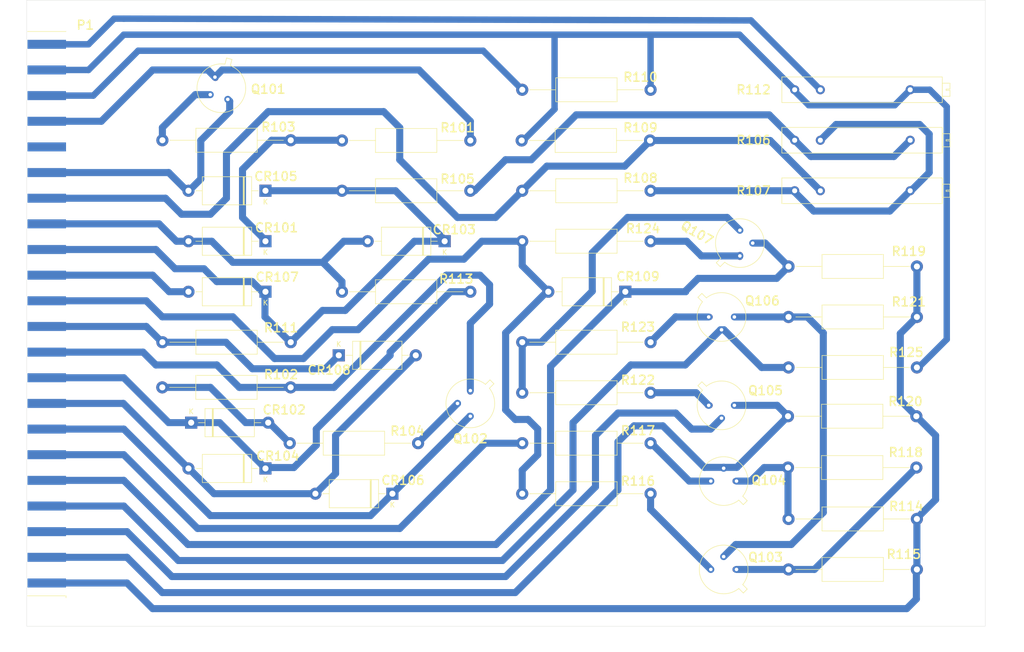
<source format=kicad_pcb>
(kicad_pcb (version 20240108) (generator "pcbnew") (generator_version "8.0")
  (layers (0 "F.Cu" signal) (31 "B.Cu" signal) (34 "B.Paste" user) (35 "F.Paste" user) (36 "B.SilkS" user "B.Silkscreen") (37 "F.SilkS" user "F.Silkscreen") (38 "B.Mask" user) (39 "F.Mask" user) (44 "Edge.Cuts" user))
  (net 0 "")
  (net 1 "NET7")
  (net 2 "/NET25")
  (net 3 "NET13")
  (net 4 "NET8")
  (net 5 "NET14")
  (net 6 "NET5")
  (net 7 "NET15")
  (net 8 "NET9")
  (net 9 "NET11")
  (net 10 "NET17")
  (net 11 "NET10")
  (net 12 "NET12")
  (net 13 "NET19")
  (net 14 "NET21")
  (net 15 "NET2")
  (net 16 "NET4")
  (net 17 "NET1")
  (net 18 "NET3")
  (net 19 "NET6")
  (net 20 "NET20")
  (net 22 "NET16")
  (net 23 "/NET26")
  (net 24 "/NET22")
  (net 25 "/NET27")
  (net 26 "/NET23")
  (net 27 "/NET24")
  (net 28 "/NET34")
  (net 29 "/NET36")
  (net 30 "/NET35")
  (net 31 "/NET32")
  (net 32 "/NET33")
  (net 33 "/NET31")
  (net 34 "/NET28")
  (net 35 "/NET30")
  (net 36 "/NET29")
  (net 37 "NET18")
  (footprint "Resistor_THT:R_Axial_DIN0414_L11.9mm_D4.5mm_P25.40mm_Horizontal" (layer "F.Cu") (at 228.71 152.5 180)
    (property "Reference" "R116" (at 2.5 2.5 0) (layer "F.SilkS") (effects (font (size 1.75 1.75) (thickness 0.3))))
    (property "Value" "250")
    (pad "1" thru_hole circle (at 0 0 180) (size 2.4 2.4) (drill 1.2) (layers "*.Cu" "*.Mask") (net 30 "/NET35"))
    (pad "2" thru_hole oval (at 25.4 0 180) (size 2.4 2.4) (drill 1.2) (layers "*.Cu" "*.Mask") (net 11 "NET10"))
  )
  (footprint "Diode_THT:D_DO-27_P15.24mm_Horizontal" (layer "F.Cu") (at 152.5 112.5 180)
    (property "Reference" "CR107" (at -2.313 2.899 0) (layer "F.SilkS") (effects (font (size 1.75 1.75) (thickness 0.3))))
    (property "Value" "1N4003")
    (fp_text user "K" (at 0 -2.2 0) (layer "F.SilkS"))
    (pad "1" thru_hole rect (at 0 0 180) (size 2.4 2.4) (drill 1.2) (layers "*.Cu" "*.Mask") (net 4 "NET8"))
    (pad "2" thru_hole oval (at 15.24 0 180) (size 2.4 2.4) (drill 1.2) (layers "*.Cu" "*.Mask") (net 8 "NET9"))
  )
  (footprint ".stumbler:Potentiometer_Bourns_224P" (layer "F.Cu") (at 262.304 92.5)
    (property "Reference" "R107" (at -13.22 0 0) (layer "F.SilkS") (effects (font (size 1.75 1.75) (thickness 0.3))))
    (property "Value" "100")
    (pad "1" thru_hole circle (at 0 0) (size 1.8 1.8) (drill 1) (layers "*.Cu" "*.Mask") (net 19 "NET6"))
    (pad "2" thru_hole circle (at -5.08 0) (size 1.8 1.8) (drill 1) (layers "*.Cu" "*.Mask") (net 27 "/NET24"))
    (pad "3" thru_hole circle (at 17.78 0) (size 1.8 1.8) (drill 1) (layers "*.Cu" "*.Mask") (net 27 "/NET24"))
  )
  (footprint "Resistor_THT:R_Axial_DIN0414_L11.9mm_D4.5mm_P25.40mm_Horizontal" (layer "F.Cu") (at 228.6 82.55 180)
    (property "Reference" "R109" (at 1.905 2.54 0) (layer "F.SilkS") (effects (font (size 1.73 1.75) (thickness 0.3) (bold yes))))
    (property "Value" "2500 1%")
    (pad "1" thru_hole circle (at 0 0 180) (size 2.4 2.4) (drill 1.2) (layers "*.Cu" "*.Mask") (net 19 "NET6"))
    (pad "2" thru_hole oval (at 25.4 0 180) (size 2.4 2.4) (drill 1.2) (layers "*.Cu" "*.Mask") (net 15 "NET2"))
  )
  (footprint "Diode_THT:D_DO-27_P15.24mm_Horizontal" (layer "F.Cu") (at 187.96 102.5 180)
    (property "Reference" "CR103" (at -1.905 2.297 0) (layer "F.SilkS") (effects (font (size 1.75 1.75) (thickness 0.3))))
    (property "Value" "1N458")
    (fp_text user "K" (at 0 -2.2 0) (layer "F.SilkS"))
    (pad "1" thru_hole rect (at 0 0 180) (size 2.4 2.4) (drill 1.2) (layers "*.Cu" "*.Mask") (net 4 "NET8"))
    (pad "2" thru_hole oval (at 15.24 0 180) (size 2.4 2.4) (drill 1.2) (layers "*.Cu" "*.Mask") (net 1 "NET7"))
  )
  (footprint "Resistor_THT:R_Axial_DIN0414_L11.9mm_D4.5mm_P25.40mm_Horizontal" (layer "F.Cu") (at 281.41 107.5 180)
    (property "Reference" "R119" (at 1.6 3 0) (layer "F.SilkS") (effects (font (size 1.75 1.75) (thickness 0.3))))
    (property "Value" "1.5K")
    (pad "1" thru_hole circle (at 0 0 180) (size 2.4 2.4) (drill 1.2) (layers "*.Cu" "*.Mask") (net 14 "NET21"))
    (pad "2" thru_hole oval (at 25.4 0 180) (size 2.4 2.4) (drill 1.2) (layers "*.Cu" "*.Mask") (net 10 "NET17"))
  )
  (footprint "Resistor_THT:R_Axial_DIN0414_L11.9mm_D4.5mm_P25.40mm_Horizontal" (layer "F.Cu") (at 281.41 117.5 180)
    (property "Reference" "R121" (at 1.6 3 0) (layer "F.SilkS") (effects (font (size 1.75 1.75) (thickness 0.3))))
    (property "Value" "2.5K 3%")
    (pad "1" thru_hole circle (at 0 0 180) (size 2.4 2.4) (drill 1.2) (layers "*.Cu" "*.Mask") (net 14 "NET21"))
    (pad "2" thru_hole oval (at 25.4 0 180) (size 2.4 2.4) (drill 1.2) (layers "*.Cu" "*.Mask") (net 32 "/NET33"))
  )
  (footprint "Resistor_THT:R_Axial_DIN0414_L11.9mm_D4.5mm_P25.40mm_Horizontal" (layer "F.Cu") (at 281.41 167.5 180)
    (property "Reference" "R115" (at 2.6 3 0) (layer "F.SilkS") (effects (font (size 1.75 1.75) (thickness 0.3))))
    (property "Value" "150")
    (pad "1" thru_hole circle (at 0 0 180) (size 2.4 2.4) (drill 1.2) (layers "*.Cu" "*.Mask") (net 14 "NET21"))
    (pad "2" thru_hole oval (at 25.4 0 180) (size 2.4 2.4) (drill 1.2) (layers "*.Cu" "*.Mask") (net 29 "/NET36"))
  )
  (footprint "Resistor_THT:R_Axial_DIN0414_L11.9mm_D4.5mm_P25.40mm_Horizontal" (layer "F.Cu") (at 281.41 127.5 180)
    (property "Reference" "R125" (at 2.1 3 0) (layer "F.SilkS") (effects (font (size 1.75 1.75) (thickness 0.3))))
    (property "Value" "0.1?")
    (pad "1" thru_hole circle (at 0 0 180) (size 2.4 2.4) (drill 1.2) (layers "*.Cu" "*.Mask") (net 15 "NET2"))
    (pad "2" thru_hole oval (at 25.4 0 180) (size 2.4 2.4) (drill 1.2) (layers "*.Cu" "*.Mask") (net 37 "NET18"))
  )
  (footprint "Resistor_THT:R_Axial_DIN0414_L11.9mm_D4.5mm_P25.40mm_Horizontal" (layer "F.Cu") (at 157.48 131.445 180)
    (property "Reference" "R102" (at 1.905 2.54 0) (layer "F.SilkS") (effects (font (size 1.75 1.75) (thickness 0.3) (bold yes))))
    (property "Value" "1000")
    (pad "1" thru_hole circle (at 0 0 180) (size 2.4 2.4) (drill 1.2) (layers "*.Cu" "*.Mask") (net 12 "NET12"))
    (pad "2" thru_hole oval (at 25.4 0 180) (size 2.4 2.4) (drill 1.2) (layers "*.Cu" "*.Mask") (net 23 "/NET26"))
  )
  (footprint "Diode_THT:D_DO-27_P15.24mm_Horizontal" (layer "F.Cu") (at 177.62 152.5 180)
    (property "Reference" "CR106" (at -2.085 2.64 0) (layer "F.SilkS") (effects (font (size 1.75 1.75) (thickness 0.3))))
    (property "Value" "1N4003")
    (fp_text user "K" (at 0 -2.2 0) (layer "F.SilkS"))
    (pad "1" thru_hole rect (at 0 0 180) (size 2.4 2.4) (drill 1.2) (layers "*.Cu" "*.Mask") (net 7 "NET15"))
    (pad "2" thru_hole oval (at 15.24 0 180) (size 2.4 2.4) (drill 1.2) (layers "*.Cu" "*.Mask") (net 5 "NET14"))
  )
  (footprint "Resistor_THT:R_Axial_DIN0414_L11.9mm_D4.5mm_P25.40mm_Horizontal" (layer "F.Cu") (at 157.5 82.5 180)
    (property "Reference" "R103" (at 2.433 2.617 0) (layer "F.SilkS") (effects (font (size 1.75 1.75) (thickness 0.3) (bold yes))))
    (property "Value" "2000")
    (pad "1" thru_hole circle (at 0 0 180) (size 2.4 2.4) (drill 1.2) (layers "*.Cu" "*.Mask") (net 2 "/NET25"))
    (pad "2" thru_hole oval (at 25.4 0 180) (size 2.4 2.4) (drill 1.2) (layers "*.Cu" "*.Mask") (net 24 "/NET22"))
  )
  (footprint "Package_TO_SOT_THT:TO-5-3" (layer "F.Cu") (at 240.21 117.5)
    (property "Reference" "Q106" (at 10.615 -3.2 0) (layer "F.SilkS") (effects (font (size 1.75 1.75) (thickness 0.3))))
    (property "Value" "2N697")
    (pad "1" thru_hole oval (at 0 0) (size 1.6 1.2) (drill 0.7) (layers "*.Cu" "*.Mask") (net 35 "/NET30"))
    (pad "2" thru_hole oval (at 2.54 2.54) (size 1.2 1.2) (drill 0.7) (layers "*.Cu" "*.Mask") (net 37 "NET18"))
    (pad "3" thru_hole oval (at 5.08 0) (size 1.2 1.2) (drill 0.7) (layers "*.Cu" "*.Mask") (net 32 "/NET33"))
  )
  (footprint "Resistor_THT:R_Axial_DIN0414_L11.9mm_D4.5mm_P25.40mm_Horizontal" (layer "F.Cu") (at 281.41 157.5 180)
    (property "Reference" "R114" (at 2.1 2.5 0) (layer "F.SilkS") (effects (font (size 1.75 1.75) (thickness 0.3))))
    (property "Value" "150")
    (pad "1" thru_hole circle (at 0 0 180) (size 2.4 2.4) (drill 1.2) (layers "*.Cu" "*.Mask") (net 14 "NET21"))
    (pad "2" thru_hole oval (at 25.4 0 180) (size 2.4 2.4) (drill 1.2) (layers "*.Cu" "*.Mask") (net 28 "/NET34"))
  )
  (footprint "Diode_THT:D_DO-27_P15.24mm_Horizontal" (layer "F.Cu") (at 167.005 125.095)
    (property "Reference" "CR108" (at -1.905 2.921 0) (layer "F.SilkS") (effects (font (size 1.75 1.75) (thickness 0.3))))
    (property "Value" "1N2625")
    (fp_text user "K" (at 0 -2.2 0) (layer "F.SilkS"))
    (pad "1" thru_hole rect (at 0 0) (size 2.4 2.4) (drill 1.2) (layers "*.Cu" "*.Mask") (net 9 "NET11"))
    (pad "2" thru_hole oval (at 15.24 0) (size 2.4 2.4) (drill 1.2) (layers "*.Cu" "*.Mask") (net 5 "NET14"))
  )
  (footprint "Resistor_THT:R_Axial_DIN0414_L11.9mm_D4.5mm_P25.40mm_Horizontal" (layer "F.Cu") (at 228.71 72.5 180)
    (property "Reference" "R110" (at 2 2.5 0) (layer "F.SilkS") (effects (font (size 1.75 1.75) (thickness 0.3))))
    (property "Value" "500 1%")
    (pad "1" thru_hole circle (at 0 0 180) (size 2.4 2.4) (drill 1.2) (layers "*.Cu" "*.Mask") (net 15 "NET2"))
    (pad "2" thru_hole oval (at 25.4 0 180) (size 2.4 2.4) (drill 1.2) (layers "*.Cu" "*.Mask") (net 18 "NET3"))
  )
  (footprint "Package_TO_SOT_THT:TO-5-3" (layer "F.Cu") (at 193.04 132.08 -90)
    (property "Reference" "Q102" (at 9.525 0 180) (layer "F.SilkS") (effects (font (size 1.75 1.75) (thickness 0.3))))
    (property "Value" "2N1304")
    (pad "1" thru_hole oval (at 0 0 270) (size 1.6 1.2) (drill 0.7) (layers "*.Cu" "*.Mask") (net 12 "NET12"))
    (pad "2" thru_hole oval (at 2.54 2.54 270) (size 1.2 1.2) (drill 0.7) (layers "*.Cu" "*.Mask") (net 25 "/NET27"))
    (pad "3" thru_hole oval (at 5.08 0 270) (size 1.2 1.2) (drill 0.7) (layers "*.Cu" "*.Mask") (net 7 "NET15"))
  )
  (footprint "Package_TO_SOT_THT:TO-5-3" (layer "F.Cu") (at 245.71 150 180)
    (property "Reference" "Q104" (at -6.385 0.14 0) (layer "F.SilkS") (effects (font (size 1.75 1.75) (thickness 0.3))))
    (property "Value" "2N1038")
    (pad "1" thru_hole oval (at 0 0 180) (size 1.6 1.2) (drill 0.7) (layers "*.Cu" "*.Mask") (net 28 "/NET34"))
    (pad "2" thru_hole oval (at 2.54 2.54 180) (size 1.2 1.2) (drill 0.7) (layers "*.Cu" "*.Mask") (net 20 "NET20"))
    (pad "3" thru_hole oval (at 5.08 0 180) (size 1.2 1.2) (drill 0.7) (layers "*.Cu" "*.Mask") (net 31 "/NET32"))
  )
  (footprint "Package_TO_SOT_THT:TO-5-3" (layer "F.Cu") (at 245.71 167.5 180)
    (property "Reference" "Q103" (at -5.75 2.4 0) (layer "F.SilkS") (effects (font (size 1.75 1.75) (thickness 0.3))))
    (property "Value" "2N1038")
    (pad "1" thru_hole oval (at 0 0 180) (size 1.6 1.2) (drill 0.7) (layers "*.Cu" "*.Mask") (net 29 "/NET36"))
    (pad "2" thru_hole oval (at 2.54 2.54 180) (size 1.2 1.2) (drill 0.7) (layers "*.Cu" "*.Mask") (net 32 "/NET33"))
    (pad "3" thru_hole oval (at 5.08 0 180) (size 1.2 1.2) (drill 0.7) (layers "*.Cu" "*.Mask") (net 30 "/NET35"))
  )
  (footprint ".stumbler:Potentiometer_Bourns_224P" (layer "F.Cu") (at 262.304 72.5)
    (property "Reference" "R112" (at -13.22 0 0) (layer "F.SilkS") (effects (font (size 1.75 1.75) (thickness 0.3))))
    (property "Value" "10")
    (pad "1" thru_hole circle (at 0 0) (size 1.8 1.8) (drill 1) (layers "*.Cu" "*.Mask") (net 17 "NET1"))
    (pad "2" thru_hole circle (at -5.08 0) (size 1.8 1.8) (drill 1) (layers "*.Cu" "*.Mask") (net 15 "NET2"))
    (pad "3" thru_hole circle (at 17.78 0) (size 1.8 1.8) (drill 1) (layers "*.Cu" "*.Mask") (net 15 "NET2"))
  )
  (footprint "Package_TO_SOT_THT:TO-5-3" (layer "F.Cu") (at 240.21 135)
    (property "Reference" "Q105" (at 11.25 -2.92 0) (layer "F.SilkS") (effects (font (size 1.75 1.75) (thickness 0.3))))
    (property "Value" "2N697")
    (pad "1" thru_hole oval (at 0 0) (size 1.6 1.2) (drill 0.7) (layers "*.Cu" "*.Mask") (net 33 "/NET31"))
    (pad "2" thru_hole oval (at 2.54 2.54) (size 1.2 1.2) (drill 0.7) (layers "*.Cu" "*.Mask") (net 13 "NET19"))
    (pad "3" thru_hole oval (at 5.08 0) (size 1.2 1.2) (drill 0.7) (layers "*.Cu" "*.Mask") (net 20 "NET20"))
  )
  (footprint "Resistor_THT:R_Axial_DIN0414_L11.9mm_D4.5mm_P25.40mm_Horizontal" (layer "F.Cu") (at 182.7 142.5 180)
    (property "Reference" "R104" (at 2.106 2.419 0) (layer "F.SilkS") (effects (font (size 1.75 1.75) (thickness 0.3))))
    (property "Value" "2000")
    (pad "1" thru_hole circle (at 0 0 180) (size 2.4 2.4) (drill 1.2) (layers "*.Cu" "*.Mask") (net 25 "/NET27"))
    (pad "2" thru_hole oval (at 25.4 0 180) (size 2.4 2.4) (drill 1.2) (layers "*.Cu" "*.Mask") (net 23 "/NET26"))
  )
  (footprint "Package_TO_SOT_THT:TO-5-3" (layer "F.Cu") (at 142.5 70 -60)
    (property "Reference" "Q101" (at 7.337301 -7.928578 180) (layer "F.SilkS") (effects (font (size 1.75 1.75) (thickness 0.3))))
    (property "Value" "2N1305")
    (pad "1" thru_hole oval (at 0 0 300) (size 1.6 1.2) (drill 0.7) (layers "*.Cu" "*.Mask") (net 16 "NET4"))
    (pad "2" thru_hole oval (at 2.54 2.540001 300) (size 1.2 1.2) (drill 0.7) (layers "*.Cu" "*.Mask") (net 24 "/NET22"))
    (pad "3" thru_hole oval (at 5.08 0 300) (size 1.2 1.2) (drill 0.7) (layers "*.Cu" "*.Mask") (net 6 "NET5"))
  )
  (footprint "Resistor_THT:R_Axial_DIN0414_L11.9mm_D4.5mm_P25.40mm_Horizontal" (layer "F.Cu") (at 228.71 122.5 180)
    (property "Reference" "R123" (at 2.5 3 0) (layer "F.SilkS") (effects (font (size 1.75 1.75) (thickness 0.3))))
    (property "Value" "10")
    (pad "1" thru_hole circle (at 0 0 180) (size 2.4 2.4) (drill 1.2) (layers "*.Cu" "*.Mask") (net 35 "/NET30"))
    (pad "2" thru_hole oval (at 25.4 0 180) (size 2.4 2.4) (drill 1.2) (layers "*.Cu" "*.Mask") (net 34 "/NET28"))
  )
  (footprint "Resistor_THT:R_Axial_DIN0414_L11.9mm_D4.5mm_P25.40mm_Horizontal" (layer "F.Cu") (at 228.71 132.5 180)
    (property "Reference" "R122" (at 2.5 2.5 0) (layer "F.SilkS") (effects (font (size 1.75 1.75) (thickness 0.3))))
    (property "Value" "50")
    (pad "1" thru_hole circle (at 0 0 180) (size 2.4 2.4) (drill 1.2) (layers "*.Cu" "*.Mask") (net 33 "/NET31"))
    (pad "2" thru_hole oval (at 25.4 0 180) (size 2.4 2.4) (drill 1.2) (layers "*.Cu" "*.Mask") (net 34 "/NET28"))
  )
  (footprint "Resistor_THT:R_Axial_DIN0414_L11.9mm_D4.5mm_P25.40mm_Horizontal" (layer "F.Cu") (at 193.04 92.5 180)
    (property "Reference" "R105" (at 2.54 2.33 0) (layer "F.SilkS") (effects (font (size 1.75 1.75) (thickness 0.3))))
    (property "Value" "450 1%")
    (pad "1" thru_hole circle (at 0 0 180) (size 2.4 2.4) (drill 1.2) (layers "*.Cu" "*.Mask") (net 26 "/NET23"))
    (pad "2" thru_hole oval (at 25.4 0 180) (size 2.4 2.4) (drill 1.2) (layers "*.Cu" "*.Mask") (net 4 "NET8"))
  )
  (footprint ".stumbler:Potentiometer_Bourns_224P" (layer "F.Cu") (at 262.304 82.5)
    (property "Reference" "R106" (at -13.22 0 0) (layer "F.SilkS") (effects (font (size 1.75 1.75) (thickness 0.3))))
    (property "Value" "500")
    (pad "1" thru_hole circle (at 0 0) (size 1.8 1.8) (drill 1) (layers "*.Cu" "*.Mask") (net 27 "/NET24"))
    (pad "2" thru_hole circle (at -5.08 0) (size 1.8 1.8) (drill 1) (layers "*.Cu" "*.Mask") (net 26 "/NET23"))
    (pad "3" thru_hole circle (at 17.78 0) (size 1.8 1.8) (drill 1) (layers "*.Cu" "*.Mask") (net 26 "/NET23"))
  )
  (footprint "Diode_THT:D_DO-27_P15.24mm_Horizontal" (layer "F.Cu") (at 137.795 138.43)
    (property "Reference" "CR102" (at 18.415 -2.54 0) (layer "F.SilkS") (effects (font (size 1.75 1.75) (thickness 0.3))))
    (property "Value" "1N754A")
    (fp_text user "K" (at 0 -2.2 0) (layer "F.SilkS"))
    (pad "1" thru_hole rect (at 0 0) (size 2.4 2.4) (drill 1.2) (layers "*.Cu" "*.Mask") (net 3 "NET13"))
    (pad "2" thru_hole oval (at 15.24 0) (size 2.4 2.4) (drill 1.2) (layers "*.Cu" "*.Mask") (net 23 "/NET26"))
  )
  (footprint "Resistor_THT:R_Axial_DIN0414_L11.9mm_D4.5mm_P25.40mm_Horizontal" (layer "F.Cu") (at 228.71 142.5 180)
    (property "Reference" "R117" (at 2.5 2.5 0) (layer "F.SilkS") (effects (font (size 1.75 1.75) (thickness 0.3))))
    (property "Value" "250")
    (pad "1" thru_hole circle (at 0 0 180) (size 2.4 2.4) (drill 1.2) (layers "*.Cu" "*.Mask") (net 31 "/NET32"))
    (pad "2" thru_hole oval (at 25.4 0 180) (size 2.4 2.4) (drill 1.2) (layers "*.Cu" "*.Mask") (net 22 "NET16"))
  )
  (footprint "Resistor_THT:R_Axial_DIN0414_L11.9mm_D4.5mm_P25.40mm_Horizontal" (layer "F.Cu") (at 281.305 147.32 180)
    (property "Reference" "R118" (at 2.1 3 0) (layer "F.SilkS") (effects (font (size 1.75 1.75) (thickness 0.3))))
    (property "Value" "10")
    (pad "1" thru_hole circle (at 0 0 180) (size 2.4 2.4) (drill 1.2) (layers "*.Cu" "*.Mask") (net 29 "/NET36"))
    (pad "2" thru_hole oval (at 25.4 0 180) (size 2.4 2.4) (drill 1.2) (layers "*.Cu" "*.Mask") (net 28 "/NET34"))
  )
  (footprint "Resistor_THT:R_Axial_DIN0414_L11.9mm_D4.5mm_P25.40mm_Horizontal" (layer "F.Cu") (at 281.305 137.16 180)
    (property "Reference" "R120" (at 2.159 2.921 0) (layer "F.SilkS") (effects (font (size 1.75 1.75) (thickness 0.3))))
    (property "Value" "2.5K 3%")
    (pad "1" thru_hole circle (at 0 0 180) (size 2.4 2.4) (drill 1.2) (layers "*.Cu" "*.Mask") (net 14 "NET21"))
    (pad "2" thru_hole oval (at 25.4 0 180) (size 2.4 2.4) (drill 1.2) (layers "*.Cu" "*.Mask") (net 20 "NET20"))
  )
  (footprint "Resistor_THT:R_Axial_DIN0414_L11.9mm_D4.5mm_P25.40mm_Horizontal" (layer "F.Cu") (at 193.04 82.55 180)
    (property "Reference" "R101" (at 2.54 2.54 0) (layer "F.SilkS") (effects (font (size 1.75 1.75) (thickness 0.3) (bold yes))))
    (property "Value" "1000")
    (pad "1" thru_hole circle (at 0 0 180) (size 2.4 2.4) (drill 1.2) (layers "*.Cu" "*.Mask") (net 16 "NET4"))
    (pad "2" thru_hole oval (at 25.4 0 180) (size 2.4 2.4) (drill 1.2) (layers "*.Cu" "*.Mask") (net 2 "/NET25"))
  )
  (footprint "Diode_THT:D_DO-27_P15.24mm_Horizontal" (layer "F.Cu") (at 223.71 112.5 180)
    (property "Reference" "CR109" (at -2.5 3 0) (layer "F.SilkS") (effects (font (size 1.75 1.75) (thickness 0.3))))
    (property "Value" "1N754A")
    (fp_text user "K" (at 0 -2.2 0) (layer "F.SilkS"))
    (pad "1" thru_hole rect (at 0 0 180) (size 2.4 2.4) (drill 1.2) (layers "*.Cu" "*.Mask") (net 10 "NET17"))
    (pad "2" thru_hole oval (at 15.24 0 180) (size 2.4 2.4) (drill 1.2) (layers "*.Cu" "*.Mask") (net 11 "NET10"))
  )
  (footprint ".stumbler:EDGE_22_SINGLE_p0.156" (layer "F.Cu") (at 113.03 60.96 -90)
    (property "Reference" "P1" (at -1.27 -3.81 180) (layer "F.SilkS") (effects (font (size 1.75 1.75) (thickness 0.3))))
    (property "Value" "IO_PLUG_M22")
    (pad "1" connect rect (at 2.54 3.81 90) (size 1.78 7.62) (layers "B.Cu" "B.Mask") (net 17 "NET1"))
    (pad "2" connect rect (at 7.62 3.81 90) (size 1.78 7.62) (layers "B.Cu" "B.Mask") (net 15 "NET2"))
    (pad "3" connect rect (at 12.7 3.81 90) (size 1.78 7.62) (layers "B.Cu" "B.Mask") (net 18 "NET3"))
    (pad "4" connect rect (at 17.78 3.81 90) (size 1.78 7.62) (layers "B.Cu" "B.Mask") (net 16 "NET4"))
    (pad "5" connect rect (at 22.86 3.81 90) (size 1.78 7.62) (layers "B.Cu" "B.Mask"))
    (pad "6" connect rect (at 27.94 3.81 90) (size 1.78 7.62) (layers "B.Cu" "B.Mask") (net 6 "NET5"))
    (pad "7" connect rect (at 33.02 3.81 90) (size 1.78 7.62) (layers "B.Cu" "B.Mask") (net 19 "NET6"))
    (pad "8" connect rect (at 38.1 3.81 90) (size 1.78 7.62) (layers "B.Cu" "B.Mask") (net 1 "NET7"))
    (pad "9" connect rect (at 43.18 3.81 90) (size 1.78 7.62) (layers "B.Cu" "B.Mask") (net 4 "NET8"))
    (pad "10" connect rect (at 48.26 3.81 90) (size 1.78 7.62) (layers "B.Cu" "B.Mask") (net 8 "NET9"))
    (pad "11" connect rect (at 53.34 3.81 90) (size 1.78 7.62) (layers "B.Cu" "B.Mask") (net 11 "NET10"))
    (pad "12" connect rect (at 58.42 3.81 90) (size 1.78 7.62) (layers "B.Cu" "B.Mask") (net 9 "NET11"))
    (pad "13" connect rect (at 63.5 3.81 90) (size 1.78 7.62) (layers "B.Cu" "B.Mask") (net 12 "NET12"))
    (pad "14" connect rect (at 68.58 3.81 90) (size 1.78 7.62) (layers "B.Cu" "B.Mask") (net 3 "NET13"))
    (pad "15" connect rect (at 73.66 3.81 90) (size 1.78 7.62) (layers "B.Cu" "B.Mask") (net 5 "NET14"))
    (pad "16" connect rect (at 78.74 3.81 90) (size 1.78 7.62) (layers "B.Cu" "B.Mask") (net 7 "NET15"))
    (pad "17" connect rect (at 83.82 3.81 90) (size 1.78 7.62) (layers "B.Cu" "B.Mask") (net 22 "NET16"))
    (pad "18" connect rect (at 88.9 3.81 90) (size 1.78 7.62) (layers "B.Cu" "B.Mask") (net 10 "NET17"))
    (pad "19" connect rect (at 93.98 3.81 90) (size 1.78 7.62) (layers "B.Cu" "B.Mask") (net 37 "NET18"))
    (pad "20" connect rect (at 99.06 3.81 90) (size 1.78 7.62) (layers "B.Cu" "B.Mask") (net 13 "NET19"))
    (pad "21" connect rect (at 104.14 3.81 90) (size 1.78 7.62) (layers "B.Cu" "B.Mask") (net 20 "NET20"))
    (pad "22" connect rect (at 109.22 3.81 90) (size 1.78 7.62) (layers "B.Cu" "B.Mask") (net 14 "NET21"))
  )
  (footprint "Diode_THT:D_DO-27_P15.24mm_Horizontal" (layer "F.Cu") (at 152.5 102.5 180)
    (property "Reference" "CR101" (at -2.186 2.678 0) (layer "F.SilkS") (effects (font (size 1.75 1.75) (thickness 0.3))))
    (property "Value" "1N754A")
    (fp_text user "K" (at 0 -2.2 0) (layer "F.SilkS"))
    (pad "1" thru_hole rect (at 0 0 180) (size 2.4 2.4) (drill 1.2) (layers "*.Cu" "*.Mask") (net 2 "/NET25"))
    (pad "2" thru_hole oval (at 15.24 0 180) (size 2.4 2.4) (drill 1.2) (layers "*.Cu" "*.Mask") (net 1 "NET7"))
  )
  (footprint "Resistor_THT:R_Axial_DIN0414_L11.9mm_D4.5mm_P25.40mm_Horizontal" (layer "F.Cu") (at 157.5 122.5 180)
    (property "Reference" "R111" (at 1.925 2.866 0) (layer "F.SilkS") (effects (font (size 1.75 1.75) (thickness 0.3))))
    (property "Value" "1500")
    (pad "1" thru_hole circle (at 0 0 180) (size 2.4 2.4) (drill 1.2) (layers "*.Cu" "*.Mask") (net 4 "NET8"))
    (pad "2" thru_hole oval (at 25.4 0 180) (size 2.4 2.4) (drill 1.2) (layers "*.Cu" "*.Mask") (net 9 "NET11"))
  )
  (footprint "Resistor_THT:R_Axial_DIN0414_L11.9mm_D4.5mm_P25.40mm_Horizontal" (layer "F.Cu") (at 228.71 102.5 180)
    (property "Reference" "R124" (at 1.5 2.5 0) (layer "F.SilkS") (effects (font (size 1.75 1.75) (thickness 0.3))))
    (property "Value" "1600")
    (pad "1" thru_hole circle (at 0 0 180) (size 2.4 2.4) (drill 1.2) (layers "*.Cu" "*.Mask") (net 36 "/NET29"))
    (pad "2" thru_hole oval (at 25.4 0 180) (size 2.4 2.4) (drill 1.2) (layers "*.Cu" "*.Mask") (net 11 "NET10"))
  )
  (footprint "Diode_THT:D_DO-27_P15.24mm_Horizontal" (layer "F.Cu") (at 152.5 147.5 180)
    (property "Reference" "CR104" (at -2.44 2.466 0) (layer "F.SilkS") (effects (font (size 1.75 1.75) (thickness 0.3))))
    (property "Value" "1N458")
    (fp_text user "K" (at 0 -2.2 0) (layer "F.SilkS"))
    (pad "1" thru_hole rect (at 0 0 180) (size 2.4 2.4) (drill 1.2) (layers "*.Cu" "*.Mask") (net 3 "NET13"))
    (pad "2" thru_hole oval (at 15.24 0 180) (size 2.4 2.4) (drill 1.2) (layers "*.Cu" "*.Mask") (net 5 "NET14"))
  )
  (footprint "Diode_THT:D_DO-27_P15.24mm_Horizontal" (layer "F.Cu") (at 152.5 92.5 180)
    (property "Reference" "CR105" (at -2.059 2.838 0) (layer "F.SilkS") (effects (font (size 1.75 1.75) (thickness 0.3))))
    (property "Value" "1N4003")
    (fp_text user "K" (at 0 -2.2 0) (layer "F.SilkS"))
    (pad "1" thru_hole rect (at 0 0 180) (size 2.4 2.4) (drill 1.2) (layers "*.Cu" "*.Mask") (net 4 "NET8"))
    (pad "2" thru_hole oval (at 15.24 0 180) (size 2.4 2.4) (drill 1.2) (layers "*.Cu" "*.Mask") (net 6 "NET5"))
  )
  (footprint "Resistor_THT:R_Axial_DIN0414_L11.9mm_D4.5mm_P25.40mm_Horizontal" (layer "F.Cu") (at 193.04 112.5 180)
    (property "Reference" "R113" (at 2.794 2.518 0) (layer "F.SilkS") (effects (font (size 1.75 1.75) (thickness 0.3))))
    (property "Value" "2.7K 3%")
    (pad "1" thru_hole circle (at 0 0 180) (size 2.4 2.4) (drill 1.2) (layers "*.Cu" "*.Mask") (net 3 "NET13"))
    (pad "2" thru_hole oval (at 25.4 0 180) (size 2.4 2.4) (drill 1.2) (layers "*.Cu" "*.Mask") (net 1 "NET7"))
  )
  (footprint "Resistor_THT:R_Axial_DIN0414_L11.9mm_D4.5mm_P25.40mm_Horizontal" (layer "F.Cu") (at 228.71 92.5 180)
    (property "Reference" "R108" (at 2 2.5 0) (layer "F.SilkS") (effects (font (size 1.75 1.75) (thickness 0.3))))
    (property "Value" "39 5%")
    (pad "1" thru_hole circle (at 0 0 180) (size 2.4 2.4) (drill 1.2) (layers "*.Cu" "*.Mask") (net 27 "/NET24"))
    (pad "2" thru_hole oval (at 25.4 0 180) (size 2.4 2.4) (drill 1.2) (layers "*.Cu" "*.Mask") (net 19 "NET6"))
  )
  (footprint "Package_TO_SOT_THT:TO-5-3" (layer "F.Cu") (at 246.38 105.41 90)
    (property "Reference" "Q107" (at 4.543362 -8.479334 150) (layer "F.SilkS") (effects (font (size 1.75 1.75) (thickness 0.3))))
    (property "Value" "2N697")
    (pad "1" thru_hole oval (at 0 0 90) (size 1.6 1.2) (drill 0.7) (layers "*.Cu" "*.Mask") (net 36 "/NET29"))
    (pad "2" thru_hole oval (at 2.54 2.540001 90) (size 1.2 1.2) (drill 0.7) (layers "*.Cu" "*.Mask") (net 10 "NET17"))
    (pad "3" thru_hole oval (at 5.08 0 90) (size 1.2 1.2) (drill 0.7) (layers "*.Cu" "*.Mask") (net 34 "/NET28"))
  )
  (gr_rect (start 105.25 54.75) (end 294.925 178.75) (stroke (width 0.05)) (fill none) (layer "Edge.Cuts"))
  (segment (start 167.64 112.5) (end 167.64 110.49) (width 1.397) (layer "B.Cu") (net 1))
  (segment (start 167.64 110.49) (end 163.83 106.68) (width 1.397) (layer "B.Cu") (net 1))
  (segment (start 141.87 102.5) (end 146.05 106.68) (width 1.397) (layer "B.Cu") (net 1))
  (segment (start 168.01 102.5) (end 172.72 102.5) (width 1.397) (layer "B.Cu") (net 1))
  (segment (start 137.26 102.5) (end 141.87 102.5) (width 1.397) (layer "B.Cu") (net 1))
  (segment (start 146.05 106.68) (end 163.83 106.68) (width 1.397) (layer "B.Cu") (net 1))
  (segment (start 163.83 106.68) (end 168.01 102.5) (width 1.397) (layer "B.Cu") (net 1))
  (segment (start 134.885 102.5) (end 137.26 102.5) (width 1.397) (layer "B.Cu") (net 1))
  (segment (start 131.445 99.06) (end 134.885 102.5) (width 1.397) (layer "B.Cu") (net 1))
  (segment (start 109.22 99.06) (end 131.445 99.06) (width 1.397) (layer "B.Cu") (net 1))
  (segment (start 157.5 82.5) (end 167.59 82.5) (width 1.397) (layer "B.Cu") (net 2))
  (segment (start 152.5 102.335) (end 147.955 97.79) (width 1.397) (layer "B.Cu") (net 2))
  (segment (start 147.955 88.265) (end 153.72 82.5) (width 1.397) (layer "B.Cu") (net 2))
  (segment (start 153.72 82.5) (end 157.5 82.5) (width 1.397) (layer "B.Cu") (net 2))
  (segment (start 167.59 82.5) (end 167.64 82.55) (width 1.397) (layer "B.Cu") (net 2))
  (segment (start 152.5 102.5) (end 152.5 102.335) (width 1.397) (layer "B.Cu") (net 2))
  (segment (start 147.955 97.79) (end 147.955 88.265) (width 1.397) (layer "B.Cu") (net 2))
  (segment (start 162.56 139.7) (end 177.165 125.095) (width 1.397) (layer "B.Cu") (net 3))
  (segment (start 152.5 147.5) (end 152.68 147.32) (width 1.397) (layer "B.Cu") (net 3))
  (segment (start 133.35 138.43) (end 137.795 138.43) (width 1.397) (layer "B.Cu") (net 3))
  (segment (start 177.165 125.095) (end 177.165 124.46) (width 1.397) (layer "B.Cu") (net 3))
  (segment (start 143.43 138.43) (end 152.5 147.5) (width 1.397) (layer "B.Cu") (net 3))
  (segment (start 137.795 138.43) (end 143.43 138.43) (width 1.397) (layer "B.Cu") (net 3))
  (segment (start 162.56 142.875) (end 162.56 139.7) (width 1.397) (layer "B.Cu") (net 3))
  (segment (start 109.22 129.54) (end 124.46 129.54) (width 1.397) (layer "B.Cu") (net 3))
  (segment (start 158.115 147.32) (end 162.56 142.875) (width 1.397) (layer "B.Cu") (net 3))
  (segment (start 189.125 112.5) (end 193.04 112.5) (width 1.397) (layer "B.Cu") (net 3))
  (segment (start 152.68 147.32) (end 158.115 147.32) (width 1.397) (layer "B.Cu") (net 3))
  (segment (start 177.165 124.46) (end 189.125 112.5) (width 1.397) (layer "B.Cu") (net 3))
  (segment (start 124.46 129.54) (end 133.35 138.43) (width 1.397) (layer "B.Cu") (net 3))
  (segment (start 167.64 92.5) (end 168.065 92.5) (width 1.397) (layer "B.Cu") (net 4))
  (segment (start 187.96 102.235) (end 187.96 102.5) (width 1.397) (layer "B.Cu") (net 4))
  (segment (start 142.875 110.49) (end 140.335 107.95) (width 1.397) (layer "B.Cu") (net 4))
  (segment (start 152.5 92.5) (end 167.64 92.5) (width 1.397) (layer "B.Cu") (net 4))
  (segment (start 181.98 102.5) (end 168.275 116.205) (width 1.397) (layer "B.Cu") (net 4))
  (segment (start 168.275 116.205) (end 163.795 116.205) (width 1.397) (layer "B.Cu") (net 4))
  (segment (start 152.5 112.5) (end 151.87 112.5) (width 1.397) (layer "B.Cu") (net 4))
  (segment (start 134.62 107.95) (end 130.81 104.14) (width 1.397) (layer "B.Cu") (net 4))
  (segment (start 157.425 122.5) (end 157.5 122.5) (width 1.397) (layer "B.Cu") (net 4))
  (segment (start 163.795 116.205) (end 157.5 122.5) (width 1.397) (layer "B.Cu") (net 4))
  (segment (start 151.87 112.5) (end 149.86 110.49) (width 1.397) (layer "B.Cu") (net 4))
  (segment (start 187.96 102.5) (end 181.98 102.5) (width 1.397) (layer "B.Cu") (net 4))
  (segment (start 130.81 104.14) (end 109.22 104.14) (width 1.397) (layer "B.Cu") (net 4))
  (segment (start 152.5 112.5) (end 152.505 112.5) (width 1.397) (layer "B.Cu") (net 4))
  (segment (start 152.505 112.5) (end 152.4 112.605) (width 1.397) (layer "B.Cu") (net 4))
  (segment (start 178.225 92.5) (end 187.96 102.235) (width 1.397) (layer "B.Cu") (net 4))
  (segment (start 152.4 117.475) (end 157.425 122.5) (width 1.397) (layer "B.Cu") (net 4))
  (segment (start 167.64 92.5) (end 178.225 92.5) (width 1.397) (layer "B.Cu") (net 4))
  (segment (start 149.86 110.49) (end 142.875 110.49) (width 1.397) (layer "B.Cu") (net 4))
  (segment (start 140.335 107.95) (end 134.62 107.95) (width 1.397) (layer "B.Cu") (net 4))
  (segment (start 152.4 112.605) (end 152.4 117.475) (width 1.397) (layer "B.Cu") (net 4))
  (segment (start 137.26 147.5) (end 137.34 147.5) (width 1.397) (layer "B.Cu") (net 5))
  (segment (start 162.38 152.5) (end 166.37 148.51) (width 1.397) (layer "B.Cu") (net 5))
  (segment (start 142.34 152.5) (end 162.38 152.5) (width 1.397) (layer "B.Cu") (net 5))
  (segment (start 166.37 148.51) (end 166.37 140.97) (width 1.397) (layer "B.Cu") (net 5))
  (segment (start 137.34 147.5) (end 142.34 152.5) (width 1.397) (layer "B.Cu") (net 5))
  (segment (start 109.22 134.62) (end 124.38 134.62) (width 1.397) (layer "B.Cu") (net 5))
  (segment (start 124.38 134.62) (end 137.26 147.5) (width 1.397) (layer "B.Cu") (net 5))
  (segment (start 166.37 140.97) (end 182.245 125.095) (width 1.397) (layer "B.Cu") (net 5))
  (segment (start 137.26 92.5) (end 137.37 92.5) (width 1.397) (layer "B.Cu") (net 6))
  (segment (start 136.95 92.5) (end 137.26 92.5) (width 1.397) (layer "B.Cu") (net 6))
  (segment (start 133.35 88.9) (end 136.95 92.5) (width 1.397) (layer "B.Cu") (net 6))
  (segment (start 137.37 92.5) (end 139.7 90.17) (width 1.397) (layer "B.Cu") (net 6))
  (segment (start 109.22 88.9) (end 133.35 88.9) (width 1.397) (layer "B.Cu") (net 6))
  (segment (start 139.7 90.17) (end 139.7 82.55) (width 1.397) (layer "B.Cu") (net 6))
  (segment (start 145.415 74.774409) (end 145.04 74.399409) (width 1.397) (layer "B.Cu") (net 6))
  (segment (start 139.7 82.55) (end 145.415 76.835) (width 1.397) (layer "B.Cu") (net 6))
  (segment (start 145.415 76.835) (end 145.415 74.774409) (width 1.397) (layer "B.Cu") (net 6))
  (segment (start 124.46 139.7) (end 141.605 156.845) (width 1.397) (layer "B.Cu") (net 7))
  (segment (start 192.96 137.16) (end 193.04 137.16) (width 1.397) (layer "B.Cu") (net 7))
  (segment (start 141.605 156.845) (end 173.275 156.845) (width 1.397) (layer "B.Cu") (net 7))
  (segment (start 173.275 156.845) (end 177.62 152.5) (width 1.397) (layer "B.Cu") (net 7))
  (segment (start 109.22 139.7) (end 124.46 139.7) (width 1.397) (layer "B.Cu") (net 7))
  (segment (start 177.62 152.5) (end 192.96 137.16) (width 1.397) (layer "B.Cu") (net 7))
  (segment (start 133.455 112.5) (end 137.26 112.5) (width 1.397) (layer "B.Cu") (net 8))
  (segment (start 130.175 109.22) (end 133.455 112.5) (width 1.397) (layer "B.Cu") (net 8))
  (segment (start 109.22 109.22) (end 130.175 109.22) (width 1.397) (layer "B.Cu") (net 8))
  (segment (start 144.6615 122.5) (end 149.9235 127.762) (width 1.397) (layer "B.Cu") (net 9))
  (segment (start 128.905 119.38) (end 132.025 122.5) (width 1.397) (layer "B.Cu") (net 9))
  (segment (start 164.338 127.762) (end 167.005 125.095) (width 1.397) (layer "B.Cu") (net 9))
  (segment (start 132.025 122.5) (end 132.1 122.5) (width 1.397) (layer "B.Cu") (net 9))
  (segment (start 109.22 119.38) (end 128.905 119.38) (width 1.397) (layer "B.Cu") (net 9))
  (segment (start 132.1 122.5) (end 144.6615 122.5) (width 1.397) (layer "B.Cu") (net 9))
  (segment (start 149.9235 127.762) (end 164.338 127.762) (width 1.397) (layer "B.Cu") (net 9))
  (segment (start 137.16 162.56) (end 198.12 162.56) (width 1.397) (layer "B.Cu") (net 10))
  (segment (start 248.920001 102.87) (end 251.38 102.87) (width 1.397) (layer "B.Cu") (net 10))
  (segment (start 109.22 149.86) (end 124.46 149.86) (width 1.397) (layer "B.Cu") (net 10))
  (segment (start 223.71 112.5) (end 235.649409 112.5) (width 1.397) (layer "B.Cu") (net 10))
  (segment (start 198.12 162.56) (end 208.915 151.765) (width 1.397) (layer "B.Cu") (net 10))
  (segment (start 235.649409 112.330591) (end 238.125 109.855) (width 1.397) (layer "B.Cu") (net 10))
  (segment (start 208.915 151.765) (end 208.915 127.295) (width 1.397) (layer "B.Cu") (net 10))
  (segment (start 124.46 149.86) (end 137.16 162.56) (width 1.397) (layer "B.Cu") (net 10))
  (segment (start 238.125 109.855) (end 253.655 109.855) (width 1.397) (layer "B.Cu") (net 10))
  (segment (start 235.649409 112.5) (end 235.649409 112.330591) (width 1.397) (layer "B.Cu") (net 10))
  (segment (start 251.38 102.87) (end 256.01 107.5) (width 1.397) (layer "B.Cu") (net 10))
  (segment (start 253.655 109.855) (end 256.01 107.5) (width 1.397) (layer "B.Cu") (net 10))
  (segment (start 208.915 127.295) (end 223.71 112.5) (width 1.397) (layer "B.Cu") (net 10))
  (segment (start 204.47 137.795) (end 201.93 137.795) (width 1.397) (layer "B.Cu") (net 11))
  (segment (start 160.02 125.73) (end 165.735 120.015) (width 1.397) (layer "B.Cu") (net 11))
  (segment (start 206.375 144.78) (end 206.375 139.7) (width 1.397) (layer "B.Cu") (net 11))
  (segment (start 203.31 107.34) (end 208.47 112.5) (width 1.397) (layer "B.Cu") (net 11))
  (segment (start 132.08 117.475) (end 146.05 117.475) (width 1.397) (layer "B.Cu") (net 11))
  (segment (start 208.175 112.5) (end 208.47 112.5) (width 1.397) (layer "B.Cu") (net 11))
  (segment (start 200.025 120.65) (end 208.175 112.5) (width 1.397) (layer "B.Cu") (net 11))
  (segment (start 203.31 152.5) (end 203.735 152.5) (width 1.397) (layer "B.Cu") (net 11))
  (segment (start 206.375 139.7) (end 204.47 137.795) (width 1.397) (layer "B.Cu") (net 11))
  (segment (start 154.305 125.73) (end 160.02 125.73) (width 1.397) (layer "B.Cu") (net 11))
  (segment (start 165.735 120.015) (end 170.815 120.015) (width 1.397) (layer "B.Cu") (net 11))
  (segment (start 128.905 114.3) (end 132.08 117.475) (width 1.397) (layer "B.Cu") (net 11))
  (segment (start 109.22 114.3) (end 128.905 114.3) (width 1.397) (layer "B.Cu") (net 11))
  (segment (start 184.785 106.045) (end 191.77 106.045) (width 1.397) (layer "B.Cu") (net 11))
  (segment (start 203.31 152.5) (end 203.31 147.845) (width 1.397) (layer "B.Cu") (net 11))
  (segment (start 201.93 137.795) (end 200.025 135.89) (width 1.397) (layer "B.Cu") (net 11))
  (segment (start 191.77 106.045) (end 195.315 102.5) (width 1.397) (layer "B.Cu") (net 11))
  (segment (start 146.05 117.475) (end 154.305 125.73) (width 1.397) (layer "B.Cu") (net 11))
  (segment (start 203.31 147.845) (end 206.375 144.78) (width 1.397) (layer "B.Cu") (net 11))
  (segment (start 195.315 102.5) (end 203.31 102.5) (width 1.397) (layer "B.Cu") (net 11))
  (segment (start 200.025 135.89) (end 200.025 120.65) (width 1.397) (layer "B.Cu") (net 11))
  (segment (start 170.815 120.015) (end 184.785 106.045) (width 1.397) (layer "B.Cu") (net 11))
  (segment (start 203.31 102.5) (end 203.31 107.34) (width 1.397) (layer "B.Cu") (net 11))
  (segment (start 147.32 131.445) (end 157.5 131.445) (width 1.397) (layer "B.Cu") (net 12))
  (segment (start 196.85 114.935) (end 193.04 118.745) (width 1.397) (layer "B.Cu") (net 12))
  (segment (start 166.0525 131.445) (end 188.2775 109.22) (width 1.397) (layer "B.Cu") (net 12))
  (segment (start 142.875 127) (end 147.32 131.445) (width 1.397) (layer "B.Cu") (net 12))
  (segment (start 157.5 131.445) (end 166.0525 131.445) (width 1.397) (layer "B.Cu") (net 12))
  (segment (start 194.945 109.22) (end 196.85 111.125) (width 1.397) (layer "B.Cu") (net 12))
  (segment (start 196.85 111.125) (end 196.85 114.935) (width 1.397) (layer "B.Cu") (net 12))
  (segment (start 188.2775 109.22) (end 194.945 109.22) (width 1.397) (layer "B.Cu") (net 12))
  (segment (start 193.04 118.745) (end 193.04 132.08) (width 1.397) (layer "B.Cu") (net 12))
  (segment (start 109.22 124.46) (end 128.27 124.46) (width 1.397) (layer "B.Cu") (net 12))
  (segment (start 128.27 124.46) (end 130.81 127) (width 1.397) (layer "B.Cu") (net 12))
  (segment (start 130.81 127) (end 142.875 127) (width 1.397) (layer "B.Cu") (net 12))
  (segment (start 200.025 168.91) (end 217.805 151.13) (width 1.397) (layer "B.Cu") (net 13))
  (segment (start 233.68 136.525) (end 236.855 139.7) (width 1.397) (layer "B.Cu") (net 13))
  (segment (start 240.59 139.7) (end 242.75 137.54) (width 1.397) (layer "B.Cu") (net 13))
  (segment (start 217.805 151.13) (end 217.805 140.97) (width 1.397) (layer "B.Cu") (net 13))
  (segment (start 217.805 140.97) (end 222.25 136.525) (width 1.397) (layer "B.Cu") (net 13))
  (segment (start 125.095 160.02) (end 133.985 168.91) (width 1.397) (layer "B.Cu") (net 13))
  (segment (start 236.855 139.7) (end 240.59 139.7) (width 1.397) (layer "B.Cu") (net 13))
  (segment (start 133.985 168.91) (end 200.025 168.91) (width 1.397) (layer "B.Cu") (net 13))
  (segment (start 222.25 136.525) (end 233.68 136.525) (width 1.397) (layer "B.Cu") (net 13))
  (segment (start 109.22 160.02) (end 125.095 160.02) (width 1.397) (layer "B.Cu") (net 13))
  (segment (start 281.305 167.605) (end 281.41 167.5) (width 1.397) (layer "B.Cu") (net 14))
  (segment (start 279.4 175.26) (end 281.305 173.355) (width 1.397) (layer "B.Cu") (net 14))
  (segment (start 281.41 157.5) (end 281.41 157.375) (width 1.397) (layer "B.Cu") (net 14))
  (segment (start 281.305 173.355) (end 281.305 167.605) (width 1.397) (layer "B.Cu") (net 14))
  (segment (start 285.115 140.97) (end 281.305 137.16) (width 1.397) (layer "B.Cu") (net 14))
  (segment (start 281.41 117.5) (end 281.41 107.5) (width 1.397) (layer "B.Cu") (net 14))
  (segment (start 109.22 170.18) (end 125.095 170.18) (width 1.397) (layer "B.Cu") (net 14))
  (segment (start 278.13 133.985) (end 278.13 120.78) (width 1.397) (layer "B.Cu") (net 14))
  (segment (start 281.41 157.375) (end 285.115 153.67) (width 1.397) (layer "B.Cu") (net 14))
  (segment (start 281.41 167.5) (end 281.41 157.5) (width 1.397) (layer "B.Cu") (net 14))
  (segment (start 281.305 137.16) (end 278.13 133.985) (width 1.397) (layer "B.Cu") (net 14))
  (segment (start 278.13 120.78) (end 281.41 117.5) (width 1.397) (layer "B.Cu") (net 14))
  (segment (start 130.175 175.26) (end 279.4 175.26) (width 1.397) (layer "B.Cu") (net 14))
  (segment (start 285.115 153.67) (end 285.115 140.97) (width 1.397) (layer "B.Cu") (net 14))
  (segment (start 125.095 170.18) (end 130.175 175.26) (width 1.397) (layer "B.Cu") (net 14))
  (segment (start 117.475 68.58) (end 124.46 61.595) (width 1.27) (layer "B.Cu") (net 15))
  (segment (start 277.019 75.565) (end 280.084 72.5) (width 1.27) (layer "B.Cu") (net 15))
  (segment (start 287.32 121.92) (end 281.74 127.5) (width 1.27) (layer "B.Cu") (net 15))
  (segment (start 124.46 61.595) (end 209.71 61.595) (width 1.27) (layer "B.Cu") (net 15))
  (segment (start 203.31 82.5) (end 203.55 82.5) (width 1.27) (layer "B.Cu") (net 15))
  (segment (start 287.32 75.865) (end 287.32 121.92) (width 1.27) (layer "B.Cu") (net 15))
  (segment (start 246.319 61.595) (end 257.224 72.5) (width 1.27) (layer "B.Cu") (net 15))
  (segment (start 228.71 61.595) (end 246.319 61.595) (width 1.27) (layer "B.Cu") (net 15))
  (segment (start 257.224 72.5) (end 257.224 72.774) (width 1.27) (layer "B.Cu") (net 15))
  (segment (start 260.015 75.565) (end 277.019 75.565) (width 1.27) (layer "B.Cu") (net 15))
  (segment (start 283.955 72.5) (end 287.32 75.865) (width 1.27) (layer "B.Cu") (net 15))
  (segment (start 209.71 76.34) (end 209.71 61.595) (width 1.27) (layer "B.Cu") (net 15))
  (segment (start 281.74 127.5) (end 281.41 127.5) (width 1.27) (layer "B.Cu") (net 15))
  (segment (start 280.084 72.5) (end 283.955 72.5) (width 1.27) (layer "B.Cu") (net 15))
  (segment (start 109.22 68.58) (end 117.475 68.58) (width 1.27) (layer "B.Cu") (net 15))
  (segment (start 257.224 72.774) (end 260.015 75.565) (width 1.27) (layer "B.Cu") (net 15))
  (segment (start 203.55 82.5) (end 209.71 76.34) (width 1.27) (layer "B.Cu") (net 15))
  (segment (start 209.71 61.595) (end 228.71 61.595) (width 1.27) (layer "B.Cu") (net 15))
  (segment (start 228.71 72.5) (end 228.71 61.595) (width 1.27) (layer "B.Cu") (net 15))
  (segment (start 143.92 68.58) (end 182.88 68.58) (width 1.397) (layer "B.Cu") (net 16))
  (segment (start 120.015 78.74) (end 130.175 68.58) (width 1.397) (layer "B.Cu") (net 16))
  (segment (start 141.08 68.58) (end 142.5 70) (width 1.397) (layer "B.Cu") (net 16))
  (segment (start 182.88 68.58) (end 193.04 78.74) (width 1.397) (layer "B.Cu") (net 16))
  (segment (start 142.5 70) (end 143.92 68.58) (width 1.397) (layer "B.Cu") (net 16))
  (segment (start 130.175 68.58) (end 141.08 68.58) (width 1.397) (layer "B.Cu") (net 16))
  (segment (start 109.22 78.74) (end 120.015 78.74) (width 1.397) (layer "B.Cu") (net 16))
  (segment (start 193.04 78.74) (end 193.04 82.55) (width 1.397) (layer "B.Cu") (net 16))
  (segment (start 117.475 63.5) (end 109.22 63.5) (width 1.27) (layer "B.Cu") (net 17))
  (segment (start 122.555 58.42) (end 117.475 63.5) (width 1.27) (layer "B.Cu") (net 17))
  (segment (start 124.46 58.42) (end 122.555 58.42) (width 1.27) (layer "B.Cu") (net 17))
  (segment (start 248.572 58.768) (end 124.46 58.42) (width 1.27) (layer "B.Cu") (net 17))
  (segment (start 262.304 72.5) (end 248.572 58.768) (width 1.27) (layer "B.Cu") (net 17))
  (segment (start 127.3175 64.77) (end 195.58 64.77) (width 1.27) (layer "B.Cu") (net 18))
  (segment (start 109.22 73.66) (end 118.4275 73.66) (width 1.27) (layer "B.Cu") (net 18))
  (segment (start 195.58 64.77) (end 203.31 72.5) (width 1.27) (layer "B.Cu") (net 18))
  (segment (start 118.4275 73.66) (end 127.3175 64.77) (width 1.27) (layer "B.Cu") (net 18))
  (segment (start 179.07 80.01) (end 179.07 86.36) (width 1.397) (layer "B.Cu") (net 19))
  (segment (start 144.78 93.98) (end 144.78 85.09) (width 1.397) (layer "B.Cu") (net 19))
  (segment (start 109.22 93.98) (end 132.715 93.98) (width 1.397) (layer "B.Cu") (net 19))
  (segment (start 135.89 97.155) (end 141.605 97.155) (width 1.397) (layer "B.Cu") (net 19))
  (segment (start 228.76 82.55) (end 252.354 82.55) (width 1.397) (layer "B.Cu") (net 19))
  (segment (start 179.07 86.36) (end 190.5 97.79) (width 1.397) (layer "B.Cu") (net 19))
  (segment (start 208.18 87.63) (end 223.58 87.63) (width 1.397) (layer "B.Cu") (net 19))
  (segment (start 190.5 97.79) (end 198.02 97.79) (width 1.397) (layer "B.Cu") (net 19))
  (segment (start 141.605 97.155) (end 144.78 93.98) (width 1.397) (layer "B.Cu") (net 19))
  (segment (start 223.58 87.63) (end 228.71 82.5) (width 1.397) (layer "B.Cu") (net 19))
  (segment (start 198.02 97.79) (end 203.31 92.5) (width 1.397) (layer "B.Cu") (net 19))
  (segment (start 153.035 76.835) (end 175.895 76.835) (width 1.397) (layer "B.Cu") (net 19))
  (segment (start 228.71 82.5) (end 228.76 82.55) (width 1.397) (layer "B.Cu") (net 19))
  (segment (start 203.31 92.5) (end 208.18 87.63) (width 1.397) (layer "B.Cu") (net 19))
  (segment (start 175.895 76.835) (end 179.07 80.01) (width 1.397) (layer "B.Cu") (net 19))
  (segment (start 132.715 93.98) (end 135.89 97.155) (width 1.397) (layer "B.Cu") (net 19))
  (segment (start 144.78 85.09) (end 153.035 76.835) (width 1.397) (layer "B.Cu") (net 19))
  (segment (start 252.354 82.55) (end 262.304 92.5) (width 1.397) (layer "B.Cu") (net 19))
  (segment (start 222.25 151.765) (end 222.25 142.24) (width 1.397) (layer "B.Cu") (net 20))
  (segment (start 222.25 142.24) (end 225.425 139.065) (width 1.397) (layer "B.Cu") (net 20))
  (segment (start 253.745 135) (end 245.29 135) (width 1.397) (layer "B.Cu") (net 20))
  (segment (start 201.93 172.085) (end 222.25 151.765) (width 1.397) (layer "B.Cu") (net 20))
  (segment (start 255.905 137.16) (end 253.745 135) (width 1.397) (layer "B.Cu") (net 20))
  (segment (start 245.78 147.285) (end 255.905 137.16) (width 1.397) (layer "B.Cu") (net 20))
  (segment (start 125.095 165.1) (end 132.08 172.085) (width 1.397) (layer "B.Cu") (net 20))
  (segment (start 132.08 172.085) (end 201.93 172.085) (width 1.397) (layer "B.Cu") (net 20))
  (segment (start 225.425 139.065) (end 231.14 139.065) (width 1.397) (layer "B.Cu") (net 20))
  (segment (start 243.17 147.285) (end 243.17 147.459999) (width 1.397) (layer "B.Cu") (net 20))
  (segment (start 243.17 147.285) (end 245.78 147.285) (width 1.397) (layer "B.Cu") (net 20))
  (segment (start 231.14 139.065) (end 239.36 147.285) (width 1.397) (layer "B.Cu") (net 20))
  (segment (start 239.36 147.285) (end 243.17 147.285) (width 1.397) (layer "B.Cu") (net 20))
  (segment (start 109.22 165.1) (end 125.095 165.1) (width 1.397) (layer "B.Cu") (net 20))
  (segment (start 109.22 144.78) (end 124.46 144.78) (width 1.397) (layer "B.Cu") (net 22))
  (segment (start 179.07 159.385) (end 195.955 142.5) (width 1.397) (layer "B.Cu") (net 22))
  (segment (start 139.065 159.385) (end 179.07 159.385) (width 1.397) (layer "B.Cu") (net 22))
  (segment (start 203.31 142.5) (end 203.575 142.5) (width 1.397) (layer "B.Cu") (net 22))
  (segment (start 195.955 142.5) (end 203.31 142.5) (width 1.397) (layer "B.Cu") (net 22))
  (segment (start 124.46 144.78) (end 139.065 159.385) (width 1.397) (layer "B.Cu") (net 22))
  (segment (start 148.59 138.43) (end 153.035 138.43) (width 1.397) (layer "B.Cu") (net 23))
  (segment (start 132.1 131.445) (end 141.605 131.445) (width 1.397) (layer "B.Cu") (net 23))
  (segment (start 141.605 131.445) (end 148.59 138.43) (width 1.397) (layer "B.Cu") (net 23))
  (segment (start 153.23 138.43) (end 157.3 142.5) (width 1.397) (layer "B.Cu") (net 23))
  (segment (start 153.035 138.43) (end 153.23 138.43) (width 1.397) (layer "B.Cu") (net 23))
  (segment (start 141.570295 73.469705) (end 138.620295 73.469705) (width 1.397) (layer "B.Cu") (net 24))
  (segment (start 138.620295 73.469705) (end 132.1 79.99) (width 1.397) (layer "B.Cu") (net 24))
  (segment (start 132.1 79.99) (end 132.1 82.5) (width 1.397) (layer "B.Cu") (net 24))
  (segment (start 190.499999 134.620001) (end 190.499999 134.62) (width 1.397) (layer "B.Cu") (net 25))
  (segment (start 182.7 142.5) (end 182.7 142.42) (width 1.397) (layer "B.Cu") (net 25))
  (segment (start 182.7 142.42) (end 190.499999 134.620001) (width 1.397) (layer "B.Cu") (net 25))
  (segment (start 205.105 86.36) (end 213.995 77.47) (width 1.397) (layer "B.Cu") (net 26))
  (segment (start 260.449 85.725) (end 276.859 85.725) (width 1.397) (layer "B.Cu") (net 26))
  (segment (start 193.04 92.5) (end 193.885 92.5) (width 1.397) (layer "B.Cu") (net 26))
  (segment (start 200.025 86.36) (end 205.105 86.36) (width 1.397) (layer "B.Cu") (net 26))
  (segment (start 252.194 77.47) (end 257.224 82.5) (width 1.397) (layer "B.Cu") (net 26))
  (segment (start 276.859 85.725) (end 280.084 82.5) (width 1.397) (layer "B.Cu") (net 26))
  (segment (start 213.995 77.47) (end 252.194 77.47) (width 1.397) (layer "B.Cu") (net 26))
  (segment (start 257.224 82.5) (end 260.449 85.725) (width 1.397) (layer "B.Cu") (net 26))
  (segment (start 193.885 92.5) (end 200.025 86.36) (width 1.397) (layer "B.Cu") (net 26))
  (segment (start 260.985 96.52) (end 276.064 96.52) (width 1.397) (layer "B.Cu") (net 27))
  (segment (start 265.429 79.375) (end 262.304 82.5) (width 1.397) (layer "B.Cu") (net 27))
  (segment (start 276.064 96.52) (end 280.084 92.5) (width 1.397) (layer "B.Cu") (net 27))
  (segment (start 257.224 92.5) (end 257.224 92.759) (width 1.397) (layer "B.Cu") (net 27))
  (segment (start 281.94 79.375) (end 265.429 79.375) (width 1.397) (layer "B.Cu") (net 27))
  (segment (start 283.845 81.28) (end 281.94 79.375) (width 1.397) (layer "B.Cu") (net 27))
  (segment (start 283.845 88.9) (end 283.845 81.28) (width 1.397) (layer "B.Cu") (net 27))
  (segment (start 257.224 92.759) (end 260.985 96.52) (width 1.397) (layer "B.Cu") (net 27))
  (segment (start 228.71 92.5) (end 257.224 92.5) (width 1.397) (layer "B.Cu") (net 27))
  (segment (start 280.084 92.5) (end 280.245 92.5) (width 1.397) (layer "B.Cu") (net 27))
  (segment (start 280.245 92.5) (end 283.845 88.9) (width 1.397) (layer "B.Cu") (net 27))
  (segment (start 255.905 157.395) (end 256.01 157.5) (width 1.397) (layer "B.Cu") (net 28))
  (segment (start 255.905 147.32) (end 255.905 157.395) (width 1.397) (layer "B.Cu") (net 28))
  (segment (start 251.19 147.32) (end 255.905 147.32) (width 1.397) (layer "B.Cu") (net 28))
  (segment (start 245.71 150) (end 248.51 150) (width 1.397) (layer "B.Cu") (net 28))
  (segment (start 248.51 150) (end 251.19 147.32) (width 1.397) (layer "B.Cu") (net 28))
  (segment (start 245.71 167.5) (end 256.01 167.5) (width 1.397) (layer "B.Cu") (net 29))
  (segment (start 261.125 167.5) (end 281.305 147.32) (width 1.397) (layer "B.Cu") (net 29))
  (segment (start 256.01 167.5) (end 261.125 167.5) (width 1.397) (layer "B.Cu") (net 29))
  (segment (start 228.71 155.58) (end 240.63 167.5) (width 1.397) (layer "B.Cu") (net 30))
  (segment (start 228.71 152.5) (end 228.71 155.58) (width 1.397) (layer "B.Cu") (net 30))
  (segment (start 228.86 142.5) (end 236.36 150) (width 1.397) (layer "B.Cu") (net 31))
  (segment (start 236.36 150) (end 240.63 150) (width 1.397) (layer "B.Cu") (net 31))
  (segment (start 228.71 142.5) (end 228.86 142.5) (width 1.397) (layer "B.Cu") (net 31))
  (segment (start 259.74 117.5) (end 262.89 120.65) (width 1.397) (layer "B.Cu") (net 32))
  (segment (start 262.89 156.21) (end 256.54 162.56) (width 1.397) (layer "B.Cu") (net 32))
  (segment (start 245.569999 162.56) (end 243.17 164.959999) (width 1.397) (layer "B.Cu") (net 32))
  (segment (start 262.89 120.65) (end 262.89 156.21) (width 1.397) (layer "B.Cu") (net 32))
  (segment (start 245.29 117.5) (end 256.01 117.5) (width 1.397) (layer "B.Cu") (net 32))
  (segment (start 256.54 162.56) (end 245.569999 162.56) (width 1.397) (layer "B.Cu") (net 32))
  (segment (start 256.01 117.5) (end 259.74 117.5) (width 1.397) (layer "B.Cu") (net 32))
  (segment (start 237.71 132.5) (end 240.21 135) (width 1.397) (layer "B.Cu") (net 33))
  (segment (start 228.71 132.5) (end 237.71 132.5) (width 1.397) (layer "B.Cu") (net 33))
  (segment (start 203.31 132.5) (end 203.31 122.5) (width 1.397) (layer "B.Cu") (net 34))
  (segment (start 224.155 97.79) (end 243.84 97.79) (width 1.397) (layer "B.Cu") (net 34))
  (segment (start 217.17 104.775) (end 224.155 97.79) (width 1.397) (layer "B.Cu") (net 34))
  (segment (start 207.065 122.5) (end 217.17 112.395) (width 1.397) (layer "B.Cu") (net 34))
  (segment (start 217.17 112.395) (end 217.17 104.775) (width 1.397) (layer "B.Cu") (net 34))
  (segment (start 243.84 97.79) (end 246.38 100.33) (width 1.397) (layer "B.Cu") (net 34))
  (segment (start 203.31 122.5) (end 207.065 122.5) (width 1.397) (layer "B.Cu") (net 34))
  (segment (start 233.68 117.475) (end 233.705 117.5) (width 1.397) (layer "B.Cu") (net 35))
  (segment (start 228.71 122.445) (end 233.68 117.475) (width 1.397) (layer "B.Cu") (net 35))
  (segment (start 228.71 122.5) (end 228.71 122.445) (width 1.397) (layer "B.Cu") (net 35))
  (segment (start 233.705 117.5) (end 240.21 117.5) (width 1.397) (layer "B.Cu") (net 35))
  (segment (start 228.71 102.5) (end 235.85 102.5) (width 1.397) (layer "B.Cu") (net 36))
  (segment (start 235.85 102.5) (end 238.76 105.41) (width 1.397) (layer "B.Cu") (net 36))
  (segment (start 238.76 105.41) (end 246.38 105.41) (width 1.397) (layer "B.Cu") (net 36))
  (segment (start 242.75 120.04) (end 243.23 120.04) (width 1.397) (layer "B.Cu") (net 37))
  (segment (start 109.22 154.94) (end 124.46 154.94) (width 1.397) (layer "B.Cu") (net 37))
  (segment (start 124.46 154.94) (end 135.255 165.735) (width 1.397) (layer "B.Cu") (net 37))
  (segment (start 224.79 127) (end 235.585 127) (width 1.397) (layer "B.Cu") (net 37))
  (segment (start 199.39 165.735) (end 213.36 151.765) (width 1.397) (layer "B.Cu") (net 37))
  (segment (start 213.36 138.43) (end 224.79 127) (width 1.397) (layer "B.Cu") (net 37))
  (segment (start 213.36 151.765) (end 213.36 138.43) (width 1.397) (layer "B.Cu") (net 37))
  (segment (start 243.23 120.04) (end 250.69 127.5) (width 1.397) (layer "B.Cu") (net 37))
  (segment (start 250.69 127.5) (end 256.01 127.5) (width 1.397) (layer "B.Cu") (net 37))
  (segment (start 135.255 165.735) (end 199.39 165.735) (width 1.397) (layer "B.Cu") (net 37))
  (segment (start 235.585 127) (end 242.545 120.04) (width 1.397) (layer "B.Cu") (net 37))
  (segment (start 242.545 120.04) (end 242.75 120.04) (width 1.397) (layer "B.Cu") (net 37))
)
</source>
